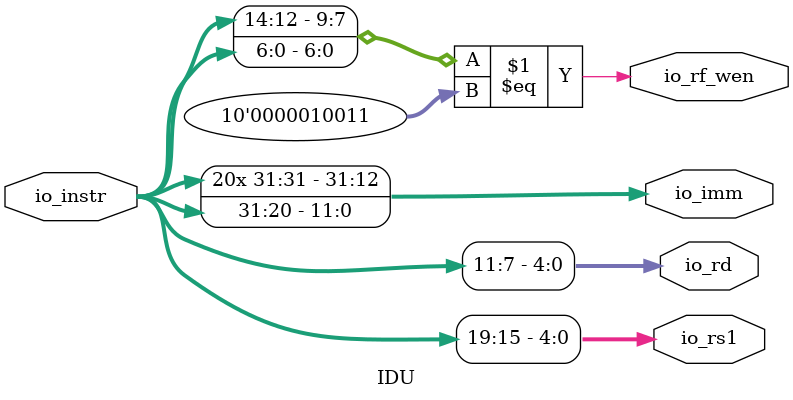
<source format=sv>
module IDU(
  input  [31:0] io_instr,
  output [4:0]  io_rs1,
                io_rd,
  output [31:0] io_imm,
  output        io_rf_wen
);

  assign io_rs1 = io_instr[19:15];
  assign io_rd = io_instr[11:7];
  assign io_imm = {{20{io_instr[31]}}, io_instr[31:20]};
  assign io_rf_wen = {io_instr[14:12], io_instr[6:0]} == 10'h13;
endmodule


</source>
